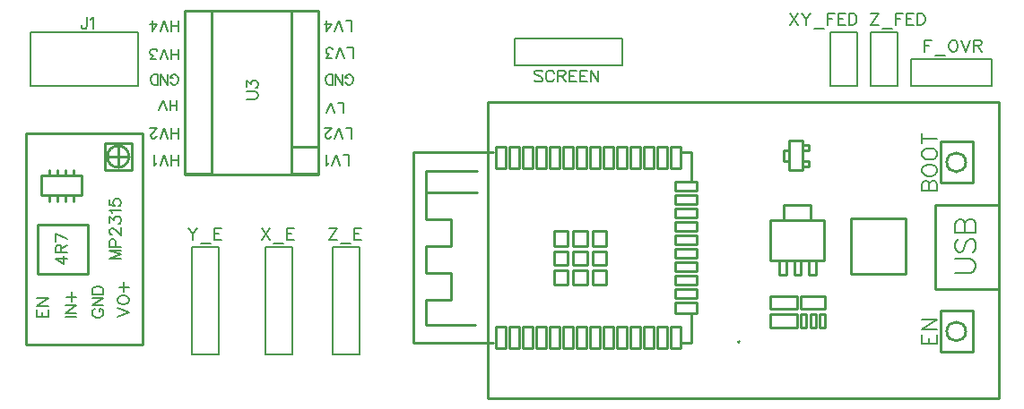
<source format=gto>
G04 Layer: TopSilkscreenLayer*
G04 EasyEDA v6.5.37, 2023-12-02 15:11:21*
G04 31473a8e6aac44f1905b94e0de15a8d0,10*
G04 Gerber Generator version 0.2*
G04 Scale: 100 percent, Rotated: No, Reflected: No *
G04 Dimensions in millimeters *
G04 leading zeros omitted , absolute positions ,4 integer and 5 decimal *
%FSLAX45Y45*%
%MOMM*%

%ADD10C,0.1524*%
%ADD11C,0.2032*%
%ADD12C,0.2030*%
%ADD13C,0.2540*%

%LPD*%
D10*
X7429500Y-392684D02*
G01*
X7502143Y-501650D01*
X7502143Y-392684D02*
G01*
X7429500Y-501650D01*
X7536434Y-392684D02*
G01*
X7578090Y-444500D01*
X7578090Y-501650D01*
X7619745Y-392684D02*
G01*
X7578090Y-444500D01*
X7654036Y-538226D02*
G01*
X7747508Y-538226D01*
X7781797Y-392684D02*
G01*
X7781797Y-501650D01*
X7781797Y-392684D02*
G01*
X7849361Y-392684D01*
X7781797Y-444500D02*
G01*
X7823200Y-444500D01*
X7883652Y-392684D02*
G01*
X7883652Y-501650D01*
X7883652Y-392684D02*
G01*
X7951215Y-392684D01*
X7883652Y-444500D02*
G01*
X7925054Y-444500D01*
X7883652Y-501650D02*
G01*
X7951215Y-501650D01*
X7985506Y-392684D02*
G01*
X7985506Y-501650D01*
X7985506Y-392684D02*
G01*
X8021827Y-392684D01*
X8037322Y-397763D01*
X8047736Y-408178D01*
X8053070Y-418592D01*
X8058150Y-434339D01*
X8058150Y-460247D01*
X8053070Y-475742D01*
X8047736Y-486155D01*
X8037322Y-496570D01*
X8021827Y-501650D01*
X7985506Y-501650D01*
X8699500Y-646686D02*
G01*
X8699500Y-755652D01*
X8699500Y-646686D02*
G01*
X8767063Y-646686D01*
X8699500Y-698502D02*
G01*
X8741156Y-698502D01*
X8801354Y-792228D02*
G01*
X8894825Y-792228D01*
X8960358Y-646686D02*
G01*
X8949943Y-651766D01*
X8939529Y-662180D01*
X8934450Y-672594D01*
X8929115Y-688342D01*
X8929115Y-714250D01*
X8934450Y-729744D01*
X8939529Y-740158D01*
X8949943Y-750572D01*
X8960358Y-755652D01*
X8981186Y-755652D01*
X8991600Y-750572D01*
X9001759Y-740158D01*
X9007093Y-729744D01*
X9012174Y-714250D01*
X9012174Y-688342D01*
X9007093Y-672594D01*
X9001759Y-662180D01*
X8991600Y-651766D01*
X8981186Y-646686D01*
X8960358Y-646686D01*
X9046463Y-646686D02*
G01*
X9088120Y-755652D01*
X9129775Y-646686D02*
G01*
X9088120Y-755652D01*
X9164065Y-646686D02*
G01*
X9164065Y-755652D01*
X9164065Y-646686D02*
G01*
X9210802Y-646686D01*
X9226295Y-651766D01*
X9231629Y-657100D01*
X9236709Y-667514D01*
X9236709Y-677928D01*
X9231629Y-688342D01*
X9226295Y-693422D01*
X9210802Y-698502D01*
X9164065Y-698502D01*
X9200388Y-698502D02*
G01*
X9236709Y-755652D01*
X8264143Y-392684D02*
G01*
X8191500Y-501650D01*
X8191500Y-392684D02*
G01*
X8264143Y-392684D01*
X8191500Y-501650D02*
G01*
X8264143Y-501650D01*
X8298434Y-538226D02*
G01*
X8392159Y-538226D01*
X8426450Y-392684D02*
G01*
X8426450Y-501650D01*
X8426450Y-392684D02*
G01*
X8493759Y-392684D01*
X8426450Y-444500D02*
G01*
X8467852Y-444500D01*
X8528050Y-392684D02*
G01*
X8528050Y-501650D01*
X8528050Y-392684D02*
G01*
X8595613Y-392684D01*
X8528050Y-444500D02*
G01*
X8569706Y-444500D01*
X8528050Y-501650D02*
G01*
X8595613Y-501650D01*
X8629904Y-392684D02*
G01*
X8629904Y-501650D01*
X8629904Y-392684D02*
G01*
X8666479Y-392684D01*
X8681974Y-397763D01*
X8692388Y-408178D01*
X8697468Y-418592D01*
X8702802Y-434339D01*
X8702802Y-460247D01*
X8697468Y-475742D01*
X8692388Y-486155D01*
X8681974Y-496570D01*
X8666479Y-501650D01*
X8629904Y-501650D01*
D11*
X6937265Y-3503175D02*
G01*
X6944123Y-3509779D01*
X6950981Y-3503175D01*
X6944123Y-3496317D01*
X6937265Y-3503175D01*
X8675103Y-2073092D02*
G01*
X8818359Y-2073092D01*
X8675103Y-2073092D02*
G01*
X8675103Y-2011624D01*
X8681961Y-1991304D01*
X8688819Y-1984446D01*
X8702281Y-1977588D01*
X8715997Y-1977588D01*
X8729713Y-1984446D01*
X8736571Y-1991304D01*
X8743429Y-2011624D01*
X8743429Y-2073092D02*
G01*
X8743429Y-2011624D01*
X8750033Y-1991304D01*
X8756891Y-1984446D01*
X8770607Y-1977588D01*
X8790927Y-1977588D01*
X8804643Y-1984446D01*
X8811501Y-1991304D01*
X8818359Y-2011624D01*
X8818359Y-2073092D01*
X8675103Y-1891736D02*
G01*
X8681961Y-1905452D01*
X8695677Y-1918914D01*
X8709139Y-1925772D01*
X8729713Y-1932630D01*
X8763749Y-1932630D01*
X8784323Y-1925772D01*
X8797785Y-1918914D01*
X8811501Y-1905452D01*
X8818359Y-1891736D01*
X8818359Y-1864558D01*
X8811501Y-1850842D01*
X8797785Y-1837126D01*
X8784323Y-1830268D01*
X8763749Y-1823664D01*
X8729713Y-1823664D01*
X8709139Y-1830268D01*
X8695677Y-1837126D01*
X8681961Y-1850842D01*
X8675103Y-1864558D01*
X8675103Y-1891736D01*
X8675103Y-1737558D02*
G01*
X8681961Y-1751274D01*
X8695677Y-1764990D01*
X8709139Y-1771848D01*
X8729713Y-1778452D01*
X8763749Y-1778452D01*
X8784323Y-1771848D01*
X8797785Y-1764990D01*
X8811501Y-1751274D01*
X8818359Y-1737558D01*
X8818359Y-1710380D01*
X8811501Y-1696664D01*
X8797785Y-1683202D01*
X8784323Y-1676344D01*
X8763749Y-1669486D01*
X8729713Y-1669486D01*
X8709139Y-1676344D01*
X8695677Y-1683202D01*
X8681961Y-1696664D01*
X8675103Y-1710380D01*
X8675103Y-1737558D01*
X8675103Y-1576776D02*
G01*
X8818359Y-1576776D01*
X8675103Y-1624528D02*
G01*
X8675103Y-1529024D01*
X8675103Y-3520892D02*
G01*
X8818359Y-3520892D01*
X8675103Y-3520892D02*
G01*
X8675103Y-3432246D01*
X8743429Y-3520892D02*
G01*
X8743429Y-3466282D01*
X8818359Y-3520892D02*
G01*
X8818359Y-3432246D01*
X8675103Y-3387288D02*
G01*
X8818359Y-3387288D01*
X8675103Y-3387288D02*
G01*
X8818359Y-3291784D01*
X8675103Y-3291784D02*
G01*
X8818359Y-3291784D01*
X8989809Y-2847792D02*
G01*
X9128239Y-2847792D01*
X9155925Y-2838648D01*
X9174467Y-2820106D01*
X9183611Y-2792420D01*
X9183611Y-2773878D01*
X9174467Y-2746192D01*
X9155925Y-2727650D01*
X9128239Y-2718506D01*
X8989809Y-2718506D01*
X9017495Y-2528260D02*
G01*
X8998953Y-2546802D01*
X8989809Y-2574488D01*
X8989809Y-2611318D01*
X8998953Y-2639004D01*
X9017495Y-2657546D01*
X9036037Y-2657546D01*
X9054325Y-2648402D01*
X9063723Y-2639004D01*
X9072867Y-2620462D01*
X9091409Y-2565090D01*
X9100553Y-2546802D01*
X9109697Y-2537404D01*
X9128239Y-2528260D01*
X9155925Y-2528260D01*
X9174467Y-2546802D01*
X9183611Y-2574488D01*
X9183611Y-2611318D01*
X9174467Y-2639004D01*
X9155925Y-2657546D01*
X8989809Y-2467300D02*
G01*
X9183611Y-2467300D01*
X8989809Y-2467300D02*
G01*
X8989809Y-2384242D01*
X8998953Y-2356302D01*
X9008097Y-2347158D01*
X9026639Y-2338014D01*
X9045181Y-2338014D01*
X9063723Y-2347158D01*
X9072867Y-2356302D01*
X9082011Y-2384242D01*
X9082011Y-2467300D02*
G01*
X9082011Y-2384242D01*
X9091409Y-2356302D01*
X9100553Y-2347158D01*
X9119095Y-2338014D01*
X9146781Y-2338014D01*
X9165323Y-2347158D01*
X9174467Y-2356302D01*
X9183611Y-2384242D01*
X9183611Y-2467300D01*
D10*
X3152393Y-2424684D02*
G01*
X3079750Y-2533650D01*
X3079750Y-2424684D02*
G01*
X3152393Y-2424684D01*
X3079750Y-2533650D02*
G01*
X3152393Y-2533650D01*
X3186684Y-2570226D02*
G01*
X3280409Y-2570226D01*
X3314700Y-2424684D02*
G01*
X3314700Y-2533650D01*
X3314700Y-2424684D02*
G01*
X3382009Y-2424684D01*
X3314700Y-2476500D02*
G01*
X3356102Y-2476500D01*
X3314700Y-2533650D02*
G01*
X3382009Y-2533650D01*
X2444750Y-2424684D02*
G01*
X2517393Y-2533650D01*
X2517393Y-2424684D02*
G01*
X2444750Y-2533650D01*
X2551684Y-2570226D02*
G01*
X2645409Y-2570226D01*
X2679700Y-2424684D02*
G01*
X2679700Y-2533650D01*
X2679700Y-2424684D02*
G01*
X2747009Y-2424684D01*
X2679700Y-2476500D02*
G01*
X2721102Y-2476500D01*
X2679700Y-2533650D02*
G01*
X2747009Y-2533650D01*
X1746250Y-2424684D02*
G01*
X1787905Y-2476500D01*
X1787905Y-2533650D01*
X1829307Y-2424684D02*
G01*
X1787905Y-2476500D01*
X1863597Y-2570226D02*
G01*
X1957070Y-2570226D01*
X1991359Y-2424684D02*
G01*
X1991359Y-2533650D01*
X1991359Y-2424684D02*
G01*
X2058924Y-2424684D01*
X1991359Y-2476500D02*
G01*
X2033015Y-2476500D01*
X1991359Y-2533650D02*
G01*
X2058924Y-2533650D01*
D11*
X316473Y-3263884D02*
G01*
X425439Y-3263884D01*
X316473Y-3263884D02*
G01*
X316473Y-3196320D01*
X368289Y-3263884D02*
G01*
X368289Y-3222228D01*
X425439Y-3263884D02*
G01*
X425439Y-3196320D01*
X316473Y-3162030D02*
G01*
X425439Y-3162030D01*
X316473Y-3162030D02*
G01*
X425439Y-3089386D01*
X316473Y-3089386D02*
G01*
X425439Y-3089386D01*
X583181Y-3263882D02*
G01*
X692147Y-3263882D01*
X583181Y-3229592D02*
G01*
X692147Y-3229592D01*
X583181Y-3229592D02*
G01*
X692147Y-3156948D01*
X583181Y-3156948D02*
G01*
X692147Y-3156948D01*
X598675Y-3075922D02*
G01*
X692147Y-3075922D01*
X645411Y-3122658D02*
G01*
X645411Y-3028932D01*
X863097Y-3192251D02*
G01*
X852683Y-3197585D01*
X842269Y-3207999D01*
X837189Y-3218159D01*
X837189Y-3238987D01*
X842269Y-3249401D01*
X852683Y-3259815D01*
X863097Y-3265149D01*
X878845Y-3270229D01*
X904753Y-3270229D01*
X920247Y-3265149D01*
X930661Y-3259815D01*
X941075Y-3249401D01*
X946155Y-3238987D01*
X946155Y-3218159D01*
X941075Y-3207999D01*
X930661Y-3197585D01*
X920247Y-3192251D01*
X904753Y-3192251D01*
X904753Y-3218159D02*
G01*
X904753Y-3192251D01*
X837189Y-3157961D02*
G01*
X946155Y-3157961D01*
X837189Y-3157961D02*
G01*
X946155Y-3085317D01*
X837189Y-3085317D02*
G01*
X946155Y-3085317D01*
X837189Y-3051027D02*
G01*
X946155Y-3051027D01*
X837189Y-3051027D02*
G01*
X837189Y-3014705D01*
X842269Y-2998957D01*
X852683Y-2988543D01*
X863097Y-2983463D01*
X878845Y-2978129D01*
X904753Y-2978129D01*
X920247Y-2983463D01*
X930661Y-2988543D01*
X941075Y-2998957D01*
X946155Y-3014705D01*
X946155Y-3051027D01*
X1078468Y-3263887D02*
G01*
X1187434Y-3222231D01*
X1078468Y-3180829D02*
G01*
X1187434Y-3222231D01*
X1078468Y-3115297D02*
G01*
X1083548Y-3125711D01*
X1093962Y-3136125D01*
X1104376Y-3141205D01*
X1120124Y-3146539D01*
X1146032Y-3146539D01*
X1161526Y-3141205D01*
X1171940Y-3136125D01*
X1182354Y-3125711D01*
X1187434Y-3115297D01*
X1187434Y-3094469D01*
X1182354Y-3084055D01*
X1171940Y-3073641D01*
X1161526Y-3068561D01*
X1146032Y-3063227D01*
X1120124Y-3063227D01*
X1104376Y-3068561D01*
X1093962Y-3073641D01*
X1083548Y-3084055D01*
X1078468Y-3094469D01*
X1078468Y-3115297D01*
X1093962Y-2982201D02*
G01*
X1187434Y-2982201D01*
X1140698Y-3028937D02*
G01*
X1140698Y-2935465D01*
X494281Y-2716522D02*
G01*
X566925Y-2768592D01*
X566925Y-2690614D01*
X494281Y-2716522D02*
G01*
X603247Y-2716522D01*
X494281Y-2656324D02*
G01*
X603247Y-2656324D01*
X494281Y-2656324D02*
G01*
X494281Y-2609588D01*
X499361Y-2594094D01*
X504695Y-2588760D01*
X515109Y-2583680D01*
X525523Y-2583680D01*
X535937Y-2588760D01*
X541017Y-2594094D01*
X546097Y-2609588D01*
X546097Y-2656324D01*
X546097Y-2620002D02*
G01*
X603247Y-2583680D01*
X494281Y-2476492D02*
G01*
X603247Y-2528562D01*
X494281Y-2549390D02*
G01*
X494281Y-2476492D01*
X1002281Y-2717792D02*
G01*
X1111247Y-2717792D01*
X1002281Y-2717792D02*
G01*
X1111247Y-2676136D01*
X1002281Y-2634734D02*
G01*
X1111247Y-2676136D01*
X1002281Y-2634734D02*
G01*
X1111247Y-2634734D01*
X1002281Y-2600444D02*
G01*
X1111247Y-2600444D01*
X1002281Y-2600444D02*
G01*
X1002281Y-2553708D01*
X1007361Y-2537960D01*
X1012695Y-2532880D01*
X1023109Y-2527546D01*
X1038603Y-2527546D01*
X1049017Y-2532880D01*
X1054097Y-2537960D01*
X1059431Y-2553708D01*
X1059431Y-2600444D01*
X1028189Y-2488176D02*
G01*
X1023109Y-2488176D01*
X1012695Y-2482842D01*
X1007361Y-2477762D01*
X1002281Y-2467348D01*
X1002281Y-2446520D01*
X1007361Y-2436106D01*
X1012695Y-2431026D01*
X1023109Y-2425692D01*
X1033523Y-2425692D01*
X1043937Y-2431026D01*
X1059431Y-2441440D01*
X1111247Y-2493256D01*
X1111247Y-2420612D01*
X1002281Y-2375908D02*
G01*
X1002281Y-2318758D01*
X1043937Y-2350000D01*
X1043937Y-2334252D01*
X1049017Y-2324092D01*
X1054097Y-2318758D01*
X1069845Y-2313678D01*
X1080259Y-2313678D01*
X1095753Y-2318758D01*
X1106167Y-2329172D01*
X1111247Y-2344666D01*
X1111247Y-2360414D01*
X1106167Y-2375908D01*
X1101087Y-2381242D01*
X1090673Y-2386322D01*
X1023109Y-2279388D02*
G01*
X1017775Y-2268974D01*
X1002281Y-2253226D01*
X1111247Y-2253226D01*
X1002281Y-2156706D02*
G01*
X1002281Y-2208522D01*
X1049017Y-2213856D01*
X1043937Y-2208522D01*
X1038603Y-2193028D01*
X1038603Y-2177534D01*
X1043937Y-2161786D01*
X1054097Y-2151372D01*
X1069845Y-2146292D01*
X1080259Y-2146292D01*
X1095753Y-2151372D01*
X1106167Y-2161786D01*
X1111247Y-2177534D01*
X1111247Y-2193028D01*
X1106167Y-2208522D01*
X1101087Y-2213856D01*
X1090673Y-2218936D01*
D10*
X2297684Y-1206500D02*
G01*
X2375661Y-1206500D01*
X2391156Y-1201420D01*
X2401570Y-1191005D01*
X2406650Y-1175257D01*
X2406650Y-1164844D01*
X2401570Y-1149350D01*
X2391156Y-1138936D01*
X2375661Y-1133855D01*
X2297684Y-1133855D01*
X2297684Y-1089152D02*
G01*
X2297684Y-1032002D01*
X2339340Y-1062989D01*
X2339340Y-1047495D01*
X2344420Y-1037081D01*
X2349500Y-1032002D01*
X2365247Y-1026668D01*
X2375661Y-1026668D01*
X2391156Y-1032002D01*
X2401570Y-1042415D01*
X2406650Y-1057910D01*
X2406650Y-1073404D01*
X2401570Y-1089152D01*
X2396490Y-1094231D01*
X2386075Y-1099565D01*
D11*
X1651000Y-1829815D02*
G01*
X1651000Y-1732787D01*
X1586229Y-1829815D02*
G01*
X1586229Y-1732787D01*
X1651000Y-1783587D02*
G01*
X1586229Y-1783587D01*
X1555750Y-1829815D02*
G01*
X1518920Y-1732787D01*
X1482089Y-1829815D02*
G01*
X1518920Y-1732787D01*
X1451610Y-1811273D02*
G01*
X1442212Y-1815845D01*
X1428495Y-1829815D01*
X1428495Y-1732787D01*
X1651000Y-1575815D02*
G01*
X1651000Y-1478787D01*
X1586229Y-1575815D02*
G01*
X1586229Y-1478787D01*
X1651000Y-1529587D02*
G01*
X1586229Y-1529587D01*
X1555750Y-1575815D02*
G01*
X1518920Y-1478787D01*
X1482089Y-1575815D02*
G01*
X1518920Y-1478787D01*
X1446784Y-1552702D02*
G01*
X1446784Y-1557273D01*
X1442212Y-1566418D01*
X1437639Y-1570989D01*
X1428495Y-1575815D01*
X1409954Y-1575815D01*
X1400810Y-1570989D01*
X1395984Y-1566418D01*
X1391412Y-1557273D01*
X1391412Y-1548129D01*
X1395984Y-1538731D01*
X1405381Y-1525015D01*
X1451610Y-1478787D01*
X1386839Y-1478787D01*
X1638300Y-1309115D02*
G01*
X1638300Y-1212087D01*
X1573529Y-1309115D02*
G01*
X1573529Y-1212087D01*
X1638300Y-1262887D02*
G01*
X1573529Y-1262887D01*
X1543050Y-1309115D02*
G01*
X1506220Y-1212087D01*
X1469389Y-1309115D02*
G01*
X1506220Y-1212087D01*
X1581657Y-1044702D02*
G01*
X1586229Y-1053845D01*
X1595628Y-1062989D01*
X1604771Y-1067815D01*
X1623313Y-1067815D01*
X1632457Y-1062989D01*
X1641855Y-1053845D01*
X1646428Y-1044702D01*
X1651000Y-1030731D01*
X1651000Y-1007618D01*
X1646428Y-993902D01*
X1641855Y-984504D01*
X1632457Y-975360D01*
X1623313Y-970787D01*
X1604771Y-970787D01*
X1595628Y-975360D01*
X1586229Y-984504D01*
X1581657Y-993902D01*
X1581657Y-1007618D01*
X1604771Y-1007618D02*
G01*
X1581657Y-1007618D01*
X1551178Y-1067815D02*
G01*
X1551178Y-970787D01*
X1551178Y-1067815D02*
G01*
X1486662Y-970787D01*
X1486662Y-1067815D02*
G01*
X1486662Y-970787D01*
X1456181Y-1067815D02*
G01*
X1456181Y-970787D01*
X1456181Y-1067815D02*
G01*
X1423670Y-1067815D01*
X1409954Y-1062989D01*
X1400810Y-1053845D01*
X1395984Y-1044702D01*
X1391412Y-1030731D01*
X1391412Y-1007618D01*
X1395984Y-993902D01*
X1400810Y-984504D01*
X1409954Y-975360D01*
X1423670Y-970787D01*
X1456181Y-970787D01*
X1651000Y-826515D02*
G01*
X1651000Y-729487D01*
X1586229Y-826515D02*
G01*
X1586229Y-729487D01*
X1651000Y-780287D02*
G01*
X1586229Y-780287D01*
X1555750Y-826515D02*
G01*
X1518920Y-729487D01*
X1482089Y-826515D02*
G01*
X1518920Y-729487D01*
X1442212Y-826515D02*
G01*
X1391412Y-826515D01*
X1419097Y-789431D01*
X1405381Y-789431D01*
X1395984Y-784860D01*
X1391412Y-780287D01*
X1386839Y-766318D01*
X1386839Y-757173D01*
X1391412Y-743204D01*
X1400810Y-734060D01*
X1414526Y-729487D01*
X1428495Y-729487D01*
X1442212Y-734060D01*
X1446784Y-738631D01*
X1451610Y-748029D01*
X1651000Y-559815D02*
G01*
X1651000Y-462787D01*
X1586229Y-559815D02*
G01*
X1586229Y-462787D01*
X1651000Y-513587D02*
G01*
X1586229Y-513587D01*
X1555750Y-559815D02*
G01*
X1518920Y-462787D01*
X1482089Y-559815D02*
G01*
X1518920Y-462787D01*
X1405381Y-559815D02*
G01*
X1451610Y-495045D01*
X1382268Y-495045D01*
X1405381Y-559815D02*
G01*
X1405381Y-462787D01*
X3263900Y-1829815D02*
G01*
X3263900Y-1732787D01*
X3263900Y-1732787D02*
G01*
X3208527Y-1732787D01*
X3178047Y-1829815D02*
G01*
X3140963Y-1732787D01*
X3104134Y-1829815D02*
G01*
X3140963Y-1732787D01*
X3073654Y-1811273D02*
G01*
X3064509Y-1815845D01*
X3050540Y-1829815D01*
X3050540Y-1732787D01*
X3289300Y-559815D02*
G01*
X3289300Y-462787D01*
X3289300Y-462787D02*
G01*
X3233927Y-462787D01*
X3203447Y-559815D02*
G01*
X3166363Y-462787D01*
X3129534Y-559815D02*
G01*
X3166363Y-462787D01*
X3052825Y-559815D02*
G01*
X3099054Y-495045D01*
X3029711Y-495045D01*
X3052825Y-559815D02*
G01*
X3052825Y-462787D01*
X3302000Y-813815D02*
G01*
X3302000Y-716787D01*
X3302000Y-716787D02*
G01*
X3246627Y-716787D01*
X3216147Y-813815D02*
G01*
X3179063Y-716787D01*
X3142234Y-813815D02*
G01*
X3179063Y-716787D01*
X3102609Y-813815D02*
G01*
X3051809Y-813815D01*
X3079495Y-776731D01*
X3065525Y-776731D01*
X3056381Y-772160D01*
X3051809Y-767587D01*
X3046984Y-753618D01*
X3046984Y-744473D01*
X3051809Y-730504D01*
X3060954Y-721360D01*
X3074670Y-716787D01*
X3088640Y-716787D01*
X3102609Y-721360D01*
X3107181Y-725931D01*
X3111754Y-735329D01*
X3232658Y-1044702D02*
G01*
X3237229Y-1053845D01*
X3246627Y-1062989D01*
X3255772Y-1067815D01*
X3274313Y-1067815D01*
X3283458Y-1062989D01*
X3292856Y-1053845D01*
X3297427Y-1044702D01*
X3302000Y-1030731D01*
X3302000Y-1007618D01*
X3297427Y-993902D01*
X3292856Y-984504D01*
X3283458Y-975360D01*
X3274313Y-970787D01*
X3255772Y-970787D01*
X3246627Y-975360D01*
X3237229Y-984504D01*
X3232658Y-993902D01*
X3232658Y-1007618D01*
X3255772Y-1007618D02*
G01*
X3232658Y-1007618D01*
X3202177Y-1067815D02*
G01*
X3202177Y-970787D01*
X3202177Y-1067815D02*
G01*
X3137661Y-970787D01*
X3137661Y-1067815D02*
G01*
X3137661Y-970787D01*
X3107181Y-1067815D02*
G01*
X3107181Y-970787D01*
X3107181Y-1067815D02*
G01*
X3074670Y-1067815D01*
X3060954Y-1062989D01*
X3051809Y-1053845D01*
X3046984Y-1044702D01*
X3042411Y-1030731D01*
X3042411Y-1007618D01*
X3046984Y-993902D01*
X3051809Y-984504D01*
X3060954Y-975360D01*
X3074670Y-970787D01*
X3107181Y-970787D01*
X3213100Y-1334515D02*
G01*
X3213100Y-1237487D01*
X3213100Y-1237487D02*
G01*
X3157727Y-1237487D01*
X3127247Y-1334515D02*
G01*
X3090163Y-1237487D01*
X3053334Y-1334515D02*
G01*
X3090163Y-1237487D01*
X3289300Y-1575815D02*
G01*
X3289300Y-1478787D01*
X3289300Y-1478787D02*
G01*
X3233927Y-1478787D01*
X3203447Y-1575815D02*
G01*
X3166363Y-1478787D01*
X3129534Y-1575815D02*
G01*
X3166363Y-1478787D01*
X3094481Y-1552702D02*
G01*
X3094481Y-1557273D01*
X3089909Y-1566418D01*
X3085084Y-1570989D01*
X3075940Y-1575815D01*
X3057397Y-1575815D01*
X3048254Y-1570989D01*
X3043681Y-1566418D01*
X3039109Y-1557273D01*
X3039109Y-1548129D01*
X3043681Y-1538731D01*
X3052825Y-1525015D01*
X3099054Y-1478787D01*
X3034284Y-1478787D01*
D10*
X788670Y-430784D02*
G01*
X788670Y-513842D01*
X783336Y-529589D01*
X778255Y-534670D01*
X767842Y-539750D01*
X757428Y-539750D01*
X747013Y-534670D01*
X741679Y-529589D01*
X736600Y-513842D01*
X736600Y-503428D01*
X822960Y-451612D02*
G01*
X833120Y-446278D01*
X848868Y-430784D01*
X848868Y-539750D01*
X5089143Y-947928D02*
G01*
X5078729Y-937513D01*
X5063236Y-932434D01*
X5042408Y-932434D01*
X5026913Y-937513D01*
X5016500Y-947928D01*
X5016500Y-958342D01*
X5021579Y-968755D01*
X5026913Y-974089D01*
X5037327Y-979170D01*
X5068570Y-989584D01*
X5078729Y-994663D01*
X5084063Y-999997D01*
X5089143Y-1010412D01*
X5089143Y-1025905D01*
X5078729Y-1036320D01*
X5063236Y-1041400D01*
X5042408Y-1041400D01*
X5026913Y-1036320D01*
X5016500Y-1025905D01*
X5201411Y-958342D02*
G01*
X5196331Y-947928D01*
X5185918Y-937513D01*
X5175504Y-932434D01*
X5154675Y-932434D01*
X5144261Y-937513D01*
X5133847Y-947928D01*
X5128768Y-958342D01*
X5123434Y-974089D01*
X5123434Y-999997D01*
X5128768Y-1015492D01*
X5133847Y-1025905D01*
X5144261Y-1036320D01*
X5154675Y-1041400D01*
X5175504Y-1041400D01*
X5185918Y-1036320D01*
X5196331Y-1025905D01*
X5201411Y-1015492D01*
X5235702Y-932434D02*
G01*
X5235702Y-1041400D01*
X5235702Y-932434D02*
G01*
X5282438Y-932434D01*
X5298186Y-937513D01*
X5303265Y-942847D01*
X5308600Y-953262D01*
X5308600Y-963676D01*
X5303265Y-974089D01*
X5298186Y-979170D01*
X5282438Y-984250D01*
X5235702Y-984250D01*
X5272024Y-984250D02*
G01*
X5308600Y-1041400D01*
X5342890Y-932434D02*
G01*
X5342890Y-1041400D01*
X5342890Y-932434D02*
G01*
X5410200Y-932434D01*
X5342890Y-984250D02*
G01*
X5384291Y-984250D01*
X5342890Y-1041400D02*
G01*
X5410200Y-1041400D01*
X5444490Y-932434D02*
G01*
X5444490Y-1041400D01*
X5444490Y-932434D02*
G01*
X5512054Y-932434D01*
X5444490Y-984250D02*
G01*
X5486145Y-984250D01*
X5444490Y-1041400D02*
G01*
X5512054Y-1041400D01*
X5546343Y-932434D02*
G01*
X5546343Y-1041400D01*
X5546343Y-932434D02*
G01*
X5619241Y-1041400D01*
X5619241Y-932434D02*
G01*
X5619241Y-1041400D01*
D12*
X8064500Y-1079500D02*
G01*
X8064500Y-762000D01*
D11*
X8064500Y-1079500D02*
G01*
X7810500Y-1079500D01*
X7810500Y-571500D01*
X8064500Y-571500D01*
X8064500Y-762000D01*
X8826500Y-1079500D02*
G01*
X8572500Y-1079500D01*
X8572500Y-828039D01*
X9334500Y-828039D01*
X9334500Y-1079500D01*
X8826500Y-1079500D01*
D12*
X8191500Y-571500D02*
G01*
X8191500Y-889000D01*
D11*
X8191500Y-571500D02*
G01*
X8445500Y-571500D01*
X8445500Y-1079500D01*
X8191500Y-1079500D01*
X8191500Y-889000D01*
D13*
X6493588Y-1706491D02*
G01*
X6410106Y-1706491D01*
X6493588Y-1968578D02*
G01*
X6493588Y-1706491D01*
X4622881Y-1706491D02*
G01*
X4571987Y-1706491D01*
X6410101Y-3508192D02*
G01*
X6493588Y-3508192D01*
X6493588Y-3247804D01*
X4571987Y-3508192D02*
G01*
X4622881Y-3508192D01*
X4571987Y-1708190D02*
G01*
X4571987Y-3508192D01*
X4457687Y-3343092D02*
G01*
X3987787Y-3343092D01*
X3987787Y-3101792D01*
X4229087Y-3101792D01*
X4229087Y-2847792D01*
X3987787Y-2847792D01*
X3987787Y-2593792D01*
X4229087Y-2593792D01*
X4229087Y-2339792D01*
X3987787Y-2339792D01*
X3987787Y-2085792D01*
X4470387Y-2085792D01*
X3987787Y-2085792D02*
G01*
X3987787Y-1882592D01*
X4470387Y-1882592D01*
X8797988Y-2998490D02*
G01*
X8797988Y-2208499D01*
X9397987Y-2208499D01*
X9397987Y-2998490D01*
X8797988Y-2998490D01*
X3871988Y-3508192D02*
G01*
X3871988Y-1704792D01*
X4571987Y-1704792D01*
X4571987Y-3508192D01*
X3871988Y-3508192D01*
X4571987Y-4031889D02*
G01*
X4571987Y-1231894D01*
X9397987Y-1231894D01*
X9397987Y-4031889D01*
X4571987Y-4031889D01*
X6341198Y-2073092D02*
G01*
X6341198Y-1984192D01*
X6544398Y-1984192D01*
X6544398Y-2073092D01*
X6341198Y-2073092D01*
X6341198Y-2200092D02*
G01*
X6341198Y-2111192D01*
X6544398Y-2111192D01*
X6544398Y-2200092D01*
X6341198Y-2200092D01*
X6341198Y-2327092D02*
G01*
X6341198Y-2238192D01*
X6544398Y-2238192D01*
X6544398Y-2327092D01*
X6341198Y-2327092D01*
X6341198Y-2454092D02*
G01*
X6341198Y-2365192D01*
X6544398Y-2365192D01*
X6544398Y-2454092D01*
X6341198Y-2454092D01*
X6341198Y-2581092D02*
G01*
X6341198Y-2492192D01*
X6544398Y-2492192D01*
X6544398Y-2581092D01*
X6341198Y-2581092D01*
X6341198Y-2708092D02*
G01*
X6341198Y-2619192D01*
X6544398Y-2619192D01*
X6544398Y-2708092D01*
X6341198Y-2708092D01*
X6341198Y-2835092D02*
G01*
X6341198Y-2746192D01*
X6544398Y-2746192D01*
X6544398Y-2835092D01*
X6341198Y-2835092D01*
X6341198Y-2962092D02*
G01*
X6341198Y-2873192D01*
X6544398Y-2873192D01*
X6544398Y-2962092D01*
X6341198Y-2962092D01*
X6341198Y-3089092D02*
G01*
X6341198Y-3000192D01*
X6544398Y-3000192D01*
X6544398Y-3089092D01*
X6341198Y-3089092D01*
X6341198Y-3228792D02*
G01*
X6341198Y-3127192D01*
X6544398Y-3127192D01*
X6544398Y-3228792D01*
X6341198Y-3228792D01*
X5566498Y-2593792D02*
G01*
X5566498Y-2454092D01*
X5693498Y-2454092D01*
X5693498Y-2593792D01*
X5566498Y-2593792D01*
X5566498Y-2771592D02*
G01*
X5566498Y-2644592D01*
X5693498Y-2644592D01*
X5693498Y-2771592D01*
X5566498Y-2771592D01*
X5566498Y-2962092D02*
G01*
X5566498Y-2822392D01*
X5693498Y-2822392D01*
X5693498Y-2962092D01*
X5566498Y-2962092D01*
X5375998Y-2593792D02*
G01*
X5375998Y-2454092D01*
X5515698Y-2454092D01*
X5515698Y-2593792D01*
X5375998Y-2593792D01*
X5375998Y-2771592D02*
G01*
X5375998Y-2644592D01*
X5515698Y-2644592D01*
X5515698Y-2771592D01*
X5375998Y-2771592D01*
X5375998Y-2962092D02*
G01*
X5375998Y-2822392D01*
X5515698Y-2822392D01*
X5515698Y-2962092D01*
X5375998Y-2962092D01*
X5198198Y-2593792D02*
G01*
X5198198Y-2454092D01*
X5325198Y-2454092D01*
X5325198Y-2593792D01*
X5198198Y-2593792D01*
X5198198Y-2771592D02*
G01*
X5198198Y-2644592D01*
X5325198Y-2644592D01*
X5325198Y-2771592D01*
X5198198Y-2771592D01*
X5198198Y-2962092D02*
G01*
X5198198Y-2822392D01*
X5325198Y-2822392D01*
X5325198Y-2962092D01*
X5198198Y-2962092D01*
X4652098Y-1857192D02*
G01*
X4652098Y-1653992D01*
X4740998Y-1653992D01*
X4740998Y-1857192D01*
X4652098Y-1857192D01*
X4779098Y-1857192D02*
G01*
X4779098Y-1653992D01*
X4867998Y-1653992D01*
X4867998Y-1857192D01*
X4779098Y-1857192D01*
X4906098Y-1857192D02*
G01*
X4906098Y-1653992D01*
X4994998Y-1653992D01*
X4994998Y-1857192D01*
X4906098Y-1857192D01*
X5033098Y-1857192D02*
G01*
X5033098Y-1653992D01*
X5121998Y-1653992D01*
X5121998Y-1857192D01*
X5033098Y-1857192D01*
X5160098Y-1857192D02*
G01*
X5160098Y-1653992D01*
X5248998Y-1653992D01*
X5248998Y-1857192D01*
X5160098Y-1857192D01*
X5287098Y-1857192D02*
G01*
X5287098Y-1653992D01*
X5375998Y-1653992D01*
X5375998Y-1857192D01*
X5287098Y-1857192D01*
X5414098Y-1857192D02*
G01*
X5414098Y-1653992D01*
X5502998Y-1653992D01*
X5502998Y-1857192D01*
X5414098Y-1857192D01*
X5541098Y-1857192D02*
G01*
X5541098Y-1653992D01*
X5629998Y-1653992D01*
X5629998Y-1857192D01*
X5541098Y-1857192D01*
X5668098Y-1857192D02*
G01*
X5668098Y-1653992D01*
X5756998Y-1653992D01*
X5756998Y-1857192D01*
X5668098Y-1857192D01*
X5795098Y-1857192D02*
G01*
X5795098Y-1653992D01*
X5883998Y-1653992D01*
X5883998Y-1857192D01*
X5795098Y-1857192D01*
X5922098Y-1857192D02*
G01*
X5922098Y-1653992D01*
X6010998Y-1653992D01*
X6010998Y-1857192D01*
X5922098Y-1857192D01*
X6049098Y-1857192D02*
G01*
X6049098Y-1653992D01*
X6137998Y-1653992D01*
X6137998Y-1857192D01*
X6049098Y-1857192D01*
X6176098Y-1857192D02*
G01*
X6176098Y-1653992D01*
X6264998Y-1653992D01*
X6264998Y-1857192D01*
X6176098Y-1857192D01*
X6303098Y-1857192D02*
G01*
X6303098Y-1653992D01*
X6391998Y-1653992D01*
X6391998Y-1857192D01*
X6303098Y-1857192D01*
X6303098Y-3558992D02*
G01*
X6303098Y-3355792D01*
X6391998Y-3355792D01*
X6391998Y-3558992D01*
X6303098Y-3558992D01*
X6176098Y-3558992D02*
G01*
X6176098Y-3355792D01*
X6264998Y-3355792D01*
X6264998Y-3558992D01*
X6176098Y-3558992D01*
X6049098Y-3558992D02*
G01*
X6049098Y-3355792D01*
X6137998Y-3355792D01*
X6137998Y-3558992D01*
X6049098Y-3558992D01*
X5922098Y-3558992D02*
G01*
X5922098Y-3355792D01*
X6010998Y-3355792D01*
X6010998Y-3558992D01*
X5922098Y-3558992D01*
X5795098Y-3558992D02*
G01*
X5795098Y-3355792D01*
X5883998Y-3355792D01*
X5883998Y-3558992D01*
X5795098Y-3558992D01*
X5668098Y-3558992D02*
G01*
X5668098Y-3355792D01*
X5756998Y-3355792D01*
X5756998Y-3558992D01*
X5668098Y-3558992D01*
X5541098Y-3558992D02*
G01*
X5541098Y-3355792D01*
X5629998Y-3355792D01*
X5629998Y-3558992D01*
X5541098Y-3558992D01*
X5414098Y-3558992D02*
G01*
X5414098Y-3355792D01*
X5502998Y-3355792D01*
X5502998Y-3558992D01*
X5414098Y-3558992D01*
X5287098Y-3558992D02*
G01*
X5287098Y-3355792D01*
X5375998Y-3355792D01*
X5375998Y-3558992D01*
X5287098Y-3558992D01*
X5160098Y-3558992D02*
G01*
X5160098Y-3355792D01*
X5248998Y-3355792D01*
X5248998Y-3558992D01*
X5160098Y-3558992D01*
X5033098Y-3558992D02*
G01*
X5033098Y-3355792D01*
X5121998Y-3355792D01*
X5121998Y-3558992D01*
X5033098Y-3558992D01*
X4906098Y-3558992D02*
G01*
X4906098Y-3355792D01*
X4994998Y-3355792D01*
X4994998Y-3558992D01*
X4906098Y-3558992D01*
X4779098Y-3558992D02*
G01*
X4779098Y-3355792D01*
X4867998Y-3355792D01*
X4867998Y-3558992D01*
X4779098Y-3558992D01*
X4652098Y-3558992D02*
G01*
X4652098Y-3355792D01*
X4740998Y-3355792D01*
X4740998Y-3558992D01*
X4652098Y-3558992D01*
X8851887Y-1996892D02*
G01*
X8851887Y-1603192D01*
X9156687Y-1603192D01*
X9156687Y-1996892D01*
X8851887Y-1996892D01*
X8851887Y-3597092D02*
G01*
X8851887Y-3203392D01*
X9156687Y-3203392D01*
X9156687Y-3597092D01*
X8851887Y-3597092D01*
X7238987Y-3365494D02*
G01*
X7238987Y-3238494D01*
X7492987Y-3238494D01*
X7492987Y-3365494D01*
X7238987Y-3365494D01*
X7238987Y-3187694D02*
G01*
X7238987Y-3073394D01*
X7492987Y-3073394D01*
X7492987Y-3187694D01*
X7238987Y-3187694D01*
X7531087Y-3365494D02*
G01*
X7531087Y-3238494D01*
X7581887Y-3238494D01*
X7581887Y-3365494D01*
X7531087Y-3365494D01*
X7619987Y-3365494D02*
G01*
X7619987Y-3238494D01*
X7670787Y-3238494D01*
X7670787Y-3365494D01*
X7619987Y-3365494D01*
X7708887Y-3365494D02*
G01*
X7708887Y-3238494D01*
X7759687Y-3238494D01*
X7759687Y-3365494D01*
X7708887Y-3365494D01*
X7531087Y-3187694D02*
G01*
X7531087Y-3073394D01*
X7759687Y-3073394D01*
X7759687Y-3187694D01*
X7531087Y-3187694D01*
X7238987Y-2730494D02*
G01*
X7238987Y-2349494D01*
X7746987Y-2349494D01*
X7746987Y-2730494D01*
X7238987Y-2730494D01*
X7365987Y-2349494D02*
G01*
X7365987Y-2209794D01*
X7619987Y-2209794D01*
X7619987Y-2349494D01*
X7365987Y-2349494D01*
X7467587Y-2870194D02*
G01*
X7467587Y-2730494D01*
X7531087Y-2730494D01*
X7531087Y-2870194D01*
X7467587Y-2870194D01*
X7327887Y-2870194D02*
G01*
X7327887Y-2730494D01*
X7391387Y-2730494D01*
X7391387Y-2870194D01*
X7327887Y-2870194D01*
X7607287Y-2870194D02*
G01*
X7607287Y-2730494D01*
X7670787Y-2730494D01*
X7670787Y-2870194D01*
X7607287Y-2870194D01*
X7416787Y-1879594D02*
G01*
X7416787Y-1600194D01*
X7543787Y-1600194D01*
X7543787Y-1879594D01*
X7416787Y-1879594D01*
X7365987Y-1790694D02*
G01*
X7365987Y-1689094D01*
X7416787Y-1689094D01*
X7416787Y-1790694D01*
X7365987Y-1790694D01*
X7543787Y-1841494D02*
G01*
X7543787Y-1790694D01*
X7607287Y-1790694D01*
X7607287Y-1841494D01*
X7543787Y-1841494D01*
X7543787Y-1689094D02*
G01*
X7543787Y-1638294D01*
X7607287Y-1638294D01*
X7607287Y-1689094D01*
X7543787Y-1689094D01*
X8000987Y-2857494D02*
G01*
X8000987Y-2336794D01*
X8521687Y-2336794D01*
X8521687Y-2857494D01*
X8000987Y-2857494D01*
D11*
X3111500Y-2603500D02*
G01*
X3365500Y-2603500D01*
X3365500Y-3619500D01*
X3111500Y-3619500D01*
X3111500Y-3429000D01*
D12*
X3111500Y-2603500D02*
G01*
X3111500Y-3429000D01*
D11*
X2476500Y-2603500D02*
G01*
X2730500Y-2603500D01*
X2730500Y-3619500D01*
X2476500Y-3619500D01*
X2476500Y-3429000D01*
D12*
X2476500Y-2603500D02*
G01*
X2476500Y-3429000D01*
D11*
X1778000Y-2603500D02*
G01*
X2032000Y-2603500D01*
X2032000Y-3619500D01*
X1778000Y-3619500D01*
X1778000Y-3429000D01*
D12*
X1778000Y-2603500D02*
G01*
X1778000Y-3429000D01*
D13*
X437022Y-2126013D02*
G01*
X437022Y-2176012D01*
X512025Y-2126013D02*
G01*
X512025Y-2176012D01*
X587021Y-2126013D02*
G01*
X587021Y-2176012D01*
X662025Y-2126013D02*
G01*
X662025Y-2176012D01*
X437022Y-1926013D02*
G01*
X437022Y-1876013D01*
X512025Y-1926013D02*
G01*
X512025Y-1876013D01*
X587021Y-1926013D02*
G01*
X587021Y-1876013D01*
X662025Y-1926013D02*
G01*
X662025Y-1876013D01*
X1085027Y-1850613D02*
G01*
X1085027Y-1647413D01*
X1186627Y-1749013D02*
G01*
X983427Y-1749013D01*
X212011Y-3526002D02*
G01*
X212011Y-1526006D01*
X1312009Y-1526006D01*
X1312009Y-3526002D01*
X212011Y-3526002D01*
X958009Y-1876018D02*
G01*
X958009Y-1622018D01*
X1212009Y-1622018D01*
X1212009Y-1876018D01*
X958009Y-1876018D01*
X324507Y-2859506D02*
G01*
X324507Y-2392502D01*
X799513Y-2392502D01*
X799513Y-2859506D01*
X324507Y-2859506D01*
X362023Y-2117013D02*
G01*
X362023Y-1926005D01*
X737029Y-1926005D01*
X737029Y-2117013D01*
X362023Y-2117013D01*
X2717800Y-641350D02*
G01*
X2717800Y-1720850D01*
X2717800Y-374650D02*
G01*
X2717800Y-628650D01*
X2717800Y-369806D02*
G01*
X2971800Y-369806D01*
X2717800Y-1720850D02*
G01*
X2717800Y-1911350D01*
X2971800Y-1911350D01*
X2971800Y-641350D01*
X2971800Y-374650D01*
X2717800Y-1652506D02*
G01*
X2971800Y-1652506D01*
X1714500Y-374650D02*
G01*
X1714500Y-628650D01*
X1714500Y-369806D02*
G01*
X1968500Y-369806D01*
X1714500Y-1720850D02*
G01*
X1714500Y-1911350D01*
X1968500Y-1911350D01*
X1968500Y-641350D01*
X1968500Y-374650D01*
X1714500Y-641350D02*
G01*
X1714500Y-1720850D01*
X1714500Y-1917700D02*
G01*
X1714500Y-368300D01*
X2971800Y-368300D01*
X2971800Y-1917700D01*
X1714500Y-1917700D01*
D11*
X254000Y-571500D02*
G01*
X254000Y-1079500D01*
X1270000Y-1079500D01*
X1270000Y-571500D01*
X254000Y-571500D01*
X4826000Y-889000D02*
G01*
X4826000Y-635000D01*
X5842000Y-635000D01*
X5842000Y-889000D01*
X5651500Y-889000D01*
D12*
X4826000Y-889000D02*
G01*
X5651500Y-889000D01*
D13*
G75*
G01
X9087993Y-1803502D02*
G03X9087993Y-1803502I-89992J0D01*
G75*
G01
X9087993Y-3403498D02*
G03X9087993Y-3403498I-89992J0D01*
G75*
G01
X1186612Y-1749019D02*
G03X1186612Y-1749019I-101600J0D01*
M02*

</source>
